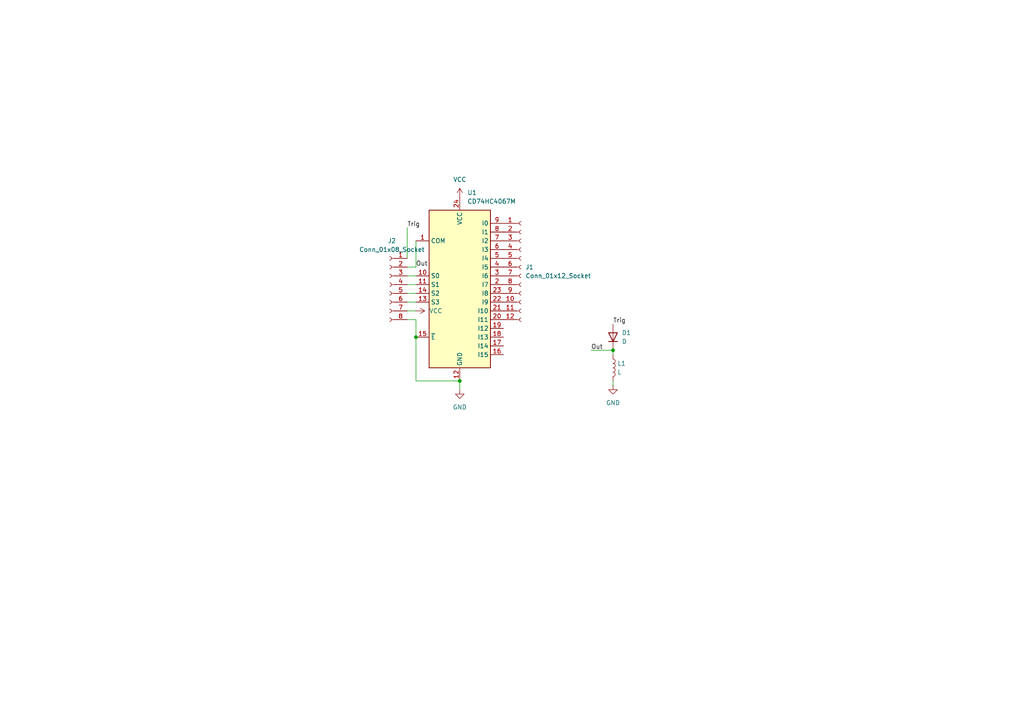
<source format=kicad_sch>
(kicad_sch (version 20231120) (generator "eeschema") (generator_version "8.0")
  (paper "A4")
  (lib_symbols
    (symbol "74xx:CD74HC4067M"
      (property "Reference" "U" (at -8.89 22.86 0))
      (property "Value" "CD74HC4067M" (at 1.27 22.86 0))
      (symbol "CD74HC4067M_0_1"
        (rectangle (start -8.89 21.59) (end 8.89 -24.13) (stroke (width 0.254)) (fill (type background)))
      )
      (symbol "CD74HC4067M_1_1"
        (pin passive line (at -12.7 12.7 0) (length 3.81) (name "COM") (number "1"))
        (pin input line (at -12.7 2.54 0) (length 3.81) (name "S0") (number "10"))
        (pin input line (at -12.7 0 0) (length 3.81) (name "S1") (number "11"))
        (pin power_in line (at 0 -27.94 90) (length 3.81) (name "GND") (number "12"))
        (pin input line (at -12.7 -5.08 0) (length 3.81) (name "S3") (number "13"))
        (pin input line (at -12.7 -2.54 0) (length 3.81) (name "S2") (number "14"))
        (pin input line (at -12.7 -15.24 0) (length 3.81) (name "~{E}") (number "15"))
        (pin passive line (at 12.7 -20.32 180) (length 3.81) (name "I15") (number "16"))
        (pin passive line (at 12.7 -17.78 180) (length 3.81) (name "I14") (number "17"))
        (pin passive line (at 12.7 -15.24 180) (length 3.81) (name "I13") (number "18"))
        (pin passive line (at 12.7 -12.7 180) (length 3.81) (name "I12") (number "19"))
        (pin passive line (at 12.7 0 180) (length 3.81) (name "I7") (number "2"))
        (pin passive line (at 12.7 -10.16 180) (length 3.81) (name "I11") (number "20"))
        (pin passive line (at 12.7 -7.62 180) (length 3.81) (name "I10") (number "21"))
        (pin passive line (at 12.7 -5.08 180) (length 3.81) (name "I9") (number "22"))
        (pin passive line (at 12.7 -2.54 180) (length 3.81) (name "I8") (number "23"))
        (pin power_in line (at 0 25.4 270) (length 3.81) (name "VCC") (number "24"))
        (pin passive line (at 12.7 2.54 180) (length 3.81) (name "I6") (number "3"))
        (pin passive line (at 12.7 5.08 180) (length 3.81) (name "I5") (number "4"))
        (pin passive line (at 12.7 7.62 180) (length 3.81) (name "I4") (number "5"))
        (pin passive line (at 12.7 10.16 180) (length 3.81) (name "I3") (number "6"))
        (pin passive line (at 12.7 12.7 180) (length 3.81) (name "I2") (number "7"))
        (pin passive line (at 12.7 15.24 180) (length 3.81) (name "I1") (number "8"))
        (pin passive line (at 12.7 17.78 180) (length 3.81) (name "I0") (number "9"))
      )
    )
    (symbol "Connector:Conn_01x08_Socket" (pin_names (offset 1.016) hide)
      (property "Reference" "J" (at 0 10.16 0))
      (property "Value" "Conn_01x08_Socket" (at 0 -12.7 0))
      (symbol "Conn_01x08_Socket_1_1"
        (arc (start 0 -9.652) (mid -0.5058 -10.16) (end 0 -10.668) (stroke (width 0.1524)))
        (arc (start 0 -7.112) (mid -0.5058 -7.62) (end 0 -8.128) (stroke (width 0.1524)))
        (arc (start 0 -4.572) (mid -0.5058 -5.08) (end 0 -5.588) (stroke (width 0.1524)))
        (arc (start 0 -2.032) (mid -0.5058 -2.54) (end 0 -3.048) (stroke (width 0.1524)))
        (polyline (pts (xy -1.27 -10.16) (xy -0.508 -10.16)) (stroke (width 0.1524)))
        (polyline (pts (xy -1.27 -7.62) (xy -0.508 -7.62)) (stroke (width 0.1524)))
        (polyline (pts (xy -1.27 -5.08) (xy -0.508 -5.08)) (stroke (width 0.1524)))
        (polyline (pts (xy -1.27 -2.54) (xy -0.508 -2.54)) (stroke (width 0.1524)))
        (polyline (pts (xy -1.27 0) (xy -0.508 0)) (stroke (width 0.1524)))
        (polyline (pts (xy -1.27 2.54) (xy -0.508 2.54)) (stroke (width 0.1524)))
        (polyline (pts (xy -1.27 5.08) (xy -0.508 5.08)) (stroke (width 0.1524)))
        (polyline (pts (xy -1.27 7.62) (xy -0.508 7.62)) (stroke (width 0.1524)))
        (arc (start 0 0.508) (mid -0.5058 0) (end 0 -0.508) (stroke (width 0.1524)))
        (arc (start 0 3.048) (mid -0.5058 2.54) (end 0 2.032) (stroke (width 0.1524)))
        (arc (start 0 5.588) (mid -0.5058 5.08) (end 0 4.572) (stroke (width 0.1524)))
        (arc (start 0 8.128) (mid -0.5058 7.62) (end 0 7.112) (stroke (width 0.1524)))
        (pin passive line (at -5.08 7.62 0) (length 3.81) (name "Pin_1") (number "1"))
        (pin passive line (at -5.08 5.08 0) (length 3.81) (name "Pin_2") (number "2"))
        (pin passive line (at -5.08 2.54 0) (length 3.81) (name "Pin_3") (number "3"))
        (pin passive line (at -5.08 0 0) (length 3.81) (name "Pin_4") (number "4"))
        (pin passive line (at -5.08 -2.54 0) (length 3.81) (name "Pin_5") (number "5"))
        (pin passive line (at -5.08 -5.08 0) (length 3.81) (name "Pin_6") (number "6"))
        (pin passive line (at -5.08 -7.62 0) (length 3.81) (name "Pin_7") (number "7"))
        (pin passive line (at -5.08 -10.16 0) (length 3.81) (name "Pin_8") (number "8"))
      )
    )
    (symbol "Connector:Conn_01x12_Socket" (pin_names (offset 1.016) hide)
      (property "Reference" "J" (at 0 15.24 0))
      (property "Value" "Conn_01x12_Socket" (at 0 -17.78 0))
      (symbol "Conn_01x12_Socket_1_1"
        (arc (start 0 -14.732) (mid -0.5058 -15.24) (end 0 -15.748) (stroke (width 0.1524)))
        (arc (start 0 -12.192) (mid -0.5058 -12.7) (end 0 -13.208) (stroke (width 0.1524)))
        (arc (start 0 -9.652) (mid -0.5058 -10.16) (end 0 -10.668) (stroke (width 0.1524)))
        (arc (start 0 -7.112) (mid -0.5058 -7.62) (end 0 -8.128) (stroke (width 0.1524)))
        (arc (start 0 -4.572) (mid -0.5058 -5.08) (end 0 -5.588) (stroke (width 0.1524)))
        (arc (start 0 -2.032) (mid -0.5058 -2.54) (end 0 -3.048) (stroke (width 0.1524)))
        (polyline (pts (xy -1.27 -15.24) (xy -0.508 -15.24)) (stroke (width 0.1524)))
        (polyline (pts (xy -1.27 -12.7) (xy -0.508 -12.7)) (stroke (width 0.1524)))
        (polyline (pts (xy -1.27 -10.16) (xy -0.508 -10.16)) (stroke (width 0.1524)))
        (polyline (pts (xy -1.27 -7.62) (xy -0.508 -7.62)) (stroke (width 0.1524)))
        (polyline (pts (xy -1.27 -5.08) (xy -0.508 -5.08)) (stroke (width 0.1524)))
        (polyline (pts (xy -1.27 -2.54) (xy -0.508 -2.54)) (stroke (width 0.1524)))
        (polyline (pts (xy -1.27 0) (xy -0.508 0)) (stroke (width 0.1524)))
        (polyline (pts (xy -1.27 2.54) (xy -0.508 2.54)) (stroke (width 0.1524)))
        (polyline (pts (xy -1.27 5.08) (xy -0.508 5.08)) (stroke (width 0.1524)))
        (polyline (pts (xy -1.27 7.62) (xy -0.508 7.62)) (stroke (width 0.1524)))
        (polyline (pts (xy -1.27 10.16) (xy -0.508 10.16)) (stroke (width 0.1524)))
        (polyline (pts (xy -1.27 12.7) (xy -0.508 12.7)) (stroke (width 0.1524)))
        (arc (start 0 0.508) (mid -0.5058 0) (end 0 -0.508) (stroke (width 0.1524)))
        (arc (start 0 3.048) (mid -0.5058 2.54) (end 0 2.032) (stroke (width 0.1524)))
        (arc (start 0 5.588) (mid -0.5058 5.08) (end 0 4.572) (stroke (width 0.1524)))
        (arc (start 0 8.128) (mid -0.5058 7.62) (end 0 7.112) (stroke (width 0.1524)))
        (arc (start 0 10.668) (mid -0.5058 10.16) (end 0 9.652) (stroke (width 0.1524)))
        (arc (start 0 13.208) (mid -0.5058 12.7) (end 0 12.192) (stroke (width 0.1524)))
        (pin passive line (at -5.08 12.7 0) (length 3.81) (name "Pin_1") (number "1"))
        (pin passive line (at -5.08 -10.16 0) (length 3.81) (name "Pin_10") (number "10"))
        (pin passive line (at -5.08 -12.7 0) (length 3.81) (name "Pin_11") (number "11"))
        (pin passive line (at -5.08 -15.24 0) (length 3.81) (name "Pin_12") (number "12"))
        (pin passive line (at -5.08 10.16 0) (length 3.81) (name "Pin_2") (number "2"))
        (pin passive line (at -5.08 7.62 0) (length 3.81) (name "Pin_3") (number "3"))
        (pin passive line (at -5.08 5.08 0) (length 3.81) (name "Pin_4") (number "4"))
        (pin passive line (at -5.08 2.54 0) (length 3.81) (name "Pin_5") (number "5"))
        (pin passive line (at -5.08 0 0) (length 3.81) (name "Pin_6") (number "6"))
        (pin passive line (at -5.08 -2.54 0) (length 3.81) (name "Pin_7") (number "7"))
        (pin passive line (at -5.08 -5.08 0) (length 3.81) (name "Pin_8") (number "8"))
        (pin passive line (at -5.08 -7.62 0) (length 3.81) (name "Pin_9") (number "9"))
      )
    )
    (symbol "Device:D" (pin_numbers hide) (pin_names (offset 1.016) hide)
      (property "Reference" "D" (at 0 2.54 0))
      (property "Value" "D" (at 0 -2.54 0))
      (symbol "D_0_1"
        (polyline (pts (xy -1.27 1.27) (xy -1.27 -1.27)) (stroke (width 0.254)))
        (polyline (pts (xy 1.27 0) (xy -1.27 0)))
        (polyline (pts (xy 1.27 1.27) (xy 1.27 -1.27) (xy -1.27 0) (xy 1.27 1.27)) (stroke (width 0.254)))
      )
      (symbol "D_1_1"
        (pin passive line (at -3.81 0 0) (length 2.54) (name "K") (number "1"))
        (pin passive line (at 3.81 0 180) (length 2.54) (name "A") (number "2"))
      )
    )
    (symbol "Device:L" (pin_numbers hide) (pin_names (offset 1.016) hide)
      (property "Reference" "L" (at -1.27 0 90))
      (property "Value" "L" (at 1.905 0 90))
      (symbol "L_0_1"
        (arc (start 0 -2.54) (mid 0.6323 -1.905) (end 0 -1.27))
        (arc (start 0 -1.27) (mid 0.6323 -0.635) (end 0 0))
        (arc (start 0 0) (mid 0.6323 0.635) (end 0 1.27))
        (arc (start 0 1.27) (mid 0.6323 1.905) (end 0 2.54))
      )
      (symbol "L_1_1"
        (pin passive line (at 0 3.81 270) (length 1.27) (name "1") (number "1"))
        (pin passive line (at 0 -3.81 90) (length 1.27) (name "2") (number "2"))
      )
    )
    (symbol "power:GND" (power) (pin_numbers hide) (pin_names (offset 0) hide)
      (property "Value" "GND" (at 0 -3.81 0))
      (symbol "GND_0_1"
        (polyline (pts (xy 0 0) (xy 0 -1.27) (xy 1.27 -1.27) (xy 0 -2.54) (xy -1.27 -1.27) (xy 0 -1.27)))
      )
      (symbol "GND_1_1"
        (pin power_in line (at 0 0 270) (length 0) (name "~") (number "1"))
      )
    )
    (symbol "power:VCC" (power) (pin_numbers hide) (pin_names (offset 0) hide)
      (property "Value" "VCC" (at 0 3.556 0))
      (symbol "VCC_0_1"
        (polyline (pts (xy -0.762 1.27) (xy 0 2.54)))
        (polyline (pts (xy 0 0) (xy 0 2.54)))
        (polyline (pts (xy 0 2.54) (xy 0.762 1.27)))
      )
      (symbol "VCC_1_1"
        (pin power_in line (at 0 0 90) (length 0) (name "~") (number "1"))
      )
    )
  )
  (junction (at 120.65 97.79))
  (junction (at 133.35 110.49))
  (junction (at 177.8 101.6))
  (wire (pts (xy 118.11 77.47) (xy 120.65 77.47)))
  (wire (pts (xy 171.45 101.6) (xy 177.8 101.6)))
  (wire (pts (xy 118.11 80.01) (xy 120.65 80.01)))
  (wire (pts (xy 118.11 82.55) (xy 120.65 82.55)))
  (wire (pts (xy 120.65 110.49) (xy 133.35 110.49)))
  (wire (pts (xy 118.11 66.04) (xy 118.11 74.93)))
  (wire (pts (xy 118.11 90.17) (xy 120.65 90.17)))
  (wire (pts (xy 120.65 69.85) (xy 120.65 77.47)))
  (wire (pts (xy 118.11 87.63) (xy 120.65 87.63)))
  (wire (pts (xy 177.8 110.49) (xy 177.8 111.76)))
  (wire (pts (xy 133.35 110.49) (xy 133.35 113.03)))
  (wire (pts (xy 177.8 101.6) (xy 177.8 102.87)))
  (wire (pts (xy 120.65 92.71) (xy 120.65 97.79)))
  (wire (pts (xy 118.11 85.09) (xy 120.65 85.09)))
  (wire (pts (xy 120.65 97.79) (xy 120.65 110.49)))
  (wire (pts (xy 118.11 92.71) (xy 120.65 92.71)))
  (label "Trig" (at 118.11 66.04 0))
  (label "Out" (at 171.45 101.6 0))
  (label "Out" (at 120.65 77.47 0))
  (label "Trig" (at 177.8 93.98 0))
  (symbol (lib_id "74xx:CD74HC4067M") (at 133.35 82.55 0) (unit 1)
    (property "Reference" "U1" (at 135.5441 55.88 0) (effects (justify left)))
    (property "Value" "CD74HC4067M" (at 135.5441 58.42 0) (effects (justify left)))
    (property "Footprint" "Package_DFN_QFN:DHVQFN-24_3.5x5.5mm_P0.5mm" (effects (hide yes)))
    (property "Datasheet" "http://www.ti.com/lit/ds/symlink/cd74hc4067.pdf" (effects (hide yes)))
    (property "Description" "High-Speed CMOS Logic 16-Channel Analog Multiplexer/Demultiplexer, SOIC-24" (effects (hide yes)))
  )
  (symbol (lib_id "power:GND") (at 133.35 113.03 0) (unit 1)
    (property "Reference" "#PWR01" (effects (hide yes)))
    (property "Value" "GND" (at 133.35 118.11 0))
    (property "Description" "Power symbol creates a global label with name \"GND\" , ground" (effects (hide yes)))
  )
  (symbol (lib_id "Device:L") (at 177.8 106.68 0) (unit 1)
    (property "Reference" "L1" (at 179.07 105.4099 0) (effects (justify left)))
    (property "Value" "L" (at 179.07 107.9499 0) (effects (justify left)))
    (property "Footprint" "Inductor_THT:L_Axial_L5.3mm_D2.2mm_P2.54mm_Vertical_Vishay_IM-1" (effects (hide yes)))
    (property "Description" "Inductor" (effects (hide yes)))
  )
  (symbol (lib_id "Connector:Conn_01x12_Socket") (at 151.13 77.47 0) (unit 1)
    (property "Reference" "J1" (at 152.4 77.4699 0) (effects (justify left)))
    (property "Value" "Conn_01x12_Socket" (at 152.4 80.0099 0) (effects (justify left)))
    (property "Footprint" "Connector_PinHeader_2.54mm:PinHeader_1x12_P2.54mm_Vertical" (effects (hide yes)))
    (property "Description" "Generic connector, single row, 01x12, script generated" (effects (hide yes)))
  )
  (symbol (lib_id "Connector:Conn_01x08_Socket") (at 113.03 82.55 0) (mirror y) (unit 1)
    (property "Reference" "J2" (at 113.665 69.85 0))
    (property "Value" "Conn_01x08_Socket" (at 113.665 72.39 0))
    (property "Footprint" "Connector_PinHeader_2.54mm:PinHeader_1x08_P2.54mm_Vertical" (effects (hide yes)))
    (property "Description" "Generic connector, single row, 01x08, script generated" (effects (hide yes)))
  )
  (symbol (lib_id "power:GND") (at 177.8 111.76 0) (unit 1)
    (property "Reference" "#PWR04" (effects (hide yes)))
    (property "Value" "GND" (at 177.8 116.84 0))
    (property "Description" "Power symbol creates a global label with name \"GND\" , ground" (effects (hide yes)))
  )
  (symbol (lib_id "power:VCC") (at 133.35 57.15 0) (unit 1)
    (property "Reference" "#PWR02" (effects (hide yes)))
    (property "Value" "VCC" (at 133.35 52.07 0))
    (property "Description" "Power symbol creates a global label with name \"VCC\"" (effects (hide yes)))
  )
  (symbol (lib_id "power:VCC") (at 120.65 90.17 270) (unit 1)
    (property "Reference" "#PWR03" (effects (hide yes)))
    (property "Value" "VCC" (at 124.46 90.1699 90) (effects (justify left)))
    (property "Description" "Power symbol creates a global label with name \"VCC\"" (effects (hide yes)))
  )
  (symbol (lib_id "Device:D") (at 177.8 97.79 90) (unit 1)
    (property "Reference" "D1" (at 180.34 96.5199 90) (effects (justify right)))
    (property "Value" "D" (at 180.34 99.0599 90) (effects (justify right)))
    (property "Footprint" "Resistor_THT:R_Axial_DIN0204_L3.6mm_D1.6mm_P2.54mm_Vertical" (effects (hide yes)))
    (property "Description" "Diode" (effects (hide yes)))
    (property "Sim.Device" "D" (effects (hide yes)))
    (property "Sim.Pins" "1=K 2=A" (effects (hide yes)))
  )
)
</source>
